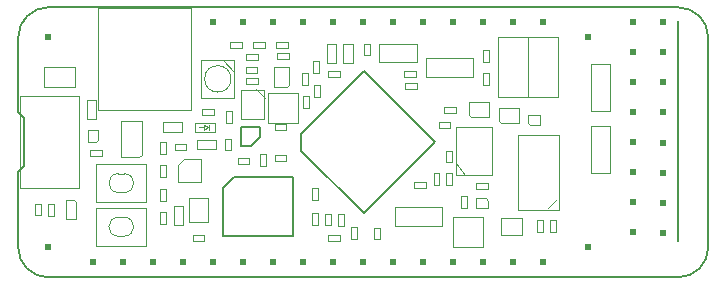
<source format=gbr>
G04 #@! TF.GenerationSoftware,KiCad,Pcbnew,5.1.5+dfsg1-2~bpo10+1*
G04 #@! TF.CreationDate,2020-05-12T19:04:25+02:00*
G04 #@! TF.ProjectId,quickfeather-board,71756963-6b66-4656-9174-6865722d626f,rev?*
G04 #@! TF.SameCoordinates,Original*
G04 #@! TF.FileFunction,Other,Fab,Top*
%FSLAX46Y46*%
G04 Gerber Fmt 4.6, Leading zero omitted, Abs format (unit mm)*
G04 Created by KiCad (PCBNEW 5.1.5+dfsg1-2~bpo10+1) date 2020-05-12 19:04:25*
%MOMM*%
%LPD*%
G04 APERTURE LIST*
%ADD10C,0.150000*%
%ADD11C,0.100000*%
%ADD12C,0.120000*%
G04 APERTURE END LIST*
D10*
X179000000Y-94771700D02*
X179000000Y-113341700D01*
X123101100Y-102463600D02*
X123609100Y-102971600D01*
X123609100Y-102971600D02*
X123609100Y-107035600D01*
X123609100Y-107035600D02*
X123101100Y-107543600D01*
X178981100Y-93573600D02*
G75*
G02X181521100Y-96113600I0J-2540000D01*
G01*
X181521100Y-113893600D02*
G75*
G02X178981100Y-116433600I-2540000J0D01*
G01*
X125641100Y-116433600D02*
X178981100Y-116433600D01*
X181521100Y-113893600D02*
X181521100Y-96113600D01*
X178981100Y-93573600D02*
X125641100Y-93573600D01*
X123101100Y-96113600D02*
G75*
G02X125641100Y-93573600I2540000J0D01*
G01*
X123101100Y-96113600D02*
X123101100Y-102463600D01*
X123101100Y-107543600D02*
X123101100Y-113893600D01*
X125641100Y-116433600D02*
G75*
G02X123101100Y-113893600I0J2540000D01*
G01*
D11*
X149345300Y-112851700D02*
X150345300Y-112851700D01*
X149345300Y-113351700D02*
X149345300Y-112851700D01*
X150345300Y-113351700D02*
X149345300Y-113351700D01*
X150345300Y-112851700D02*
X150345300Y-113351700D01*
D12*
X143204000Y-100515000D02*
X143966000Y-101277000D01*
X141950000Y-103035000D02*
X141950000Y-100535000D01*
X143950000Y-103035000D02*
X141950000Y-103035000D01*
X143950000Y-100535000D02*
X143950000Y-103035000D01*
X141950000Y-100535000D02*
X143950000Y-100535000D01*
X160928000Y-107784000D02*
X160166000Y-106768000D01*
X160166000Y-107784000D02*
X160166000Y-103720000D01*
X163214000Y-107784000D02*
X160166000Y-107784000D01*
X163214000Y-103720000D02*
X163214000Y-107784000D01*
X160166000Y-103720000D02*
X163214000Y-103720000D01*
X167922000Y-110591600D02*
X168684000Y-109829600D01*
D11*
X165445000Y-110718600D02*
X165445000Y-104368600D01*
X165445000Y-104368600D02*
X168875000Y-104368600D01*
X165445000Y-110718600D02*
X168875000Y-110718600D01*
X168875000Y-110718600D02*
X168875000Y-104368600D01*
X132080000Y-112950000D02*
X131580000Y-112950000D01*
X131580000Y-111350000D02*
X132080000Y-111350000D01*
X131580000Y-111350000D02*
G75*
G03X131580000Y-112950000I0J-800000D01*
G01*
X129730000Y-113750000D02*
X133930000Y-113750000D01*
X129730000Y-110550000D02*
X129730000Y-113750000D01*
X133930000Y-110550000D02*
X129730000Y-110550000D01*
X133930000Y-113750000D02*
X133930000Y-110550000D01*
X132080000Y-112950000D02*
G75*
G03X132080000Y-111350000I0J800000D01*
G01*
X132080000Y-109250000D02*
X131580000Y-109250000D01*
X131580000Y-107650000D02*
X132080000Y-107650000D01*
X131580000Y-107650000D02*
G75*
G03X131580000Y-109250000I0J-800000D01*
G01*
X129730000Y-110050000D02*
X133930000Y-110050000D01*
X129730000Y-106850000D02*
X129730000Y-110050000D01*
X133930000Y-106850000D02*
X129730000Y-106850000D01*
X133930000Y-110050000D02*
X133930000Y-106850000D01*
X132080000Y-109250000D02*
G75*
G03X132080000Y-107650000I0J800000D01*
G01*
X137345300Y-105676700D02*
X136345300Y-105676700D01*
X137345300Y-105176700D02*
X137345300Y-105676700D01*
X136345300Y-105176700D02*
X137345300Y-105176700D01*
X136345300Y-105676700D02*
X136345300Y-105176700D01*
X127120060Y-111501700D02*
X127120060Y-109901700D01*
X127970060Y-111501700D02*
X127120060Y-111501700D01*
X127970060Y-110051700D02*
X127820060Y-109901700D01*
X127970060Y-111501700D02*
X127970060Y-110051700D01*
X127820060Y-109901700D02*
X127120060Y-109901700D01*
D10*
X152360000Y-98979592D02*
X147056699Y-104282893D01*
X158370408Y-104990000D02*
X152360000Y-98979592D01*
X152360000Y-111000408D02*
X158370408Y-104990000D01*
X147056699Y-105697107D02*
X152360000Y-111000408D01*
X147056699Y-104282893D02*
X147056699Y-105697107D01*
D11*
X125620300Y-111201700D02*
X125620300Y-110201700D01*
X126120300Y-111201700D02*
X125620300Y-111201700D01*
X126120300Y-110201700D02*
X126120300Y-111201700D01*
X125620300Y-110201700D02*
X126120300Y-110201700D01*
X173211000Y-103643000D02*
X171611000Y-103643000D01*
X173211000Y-107643000D02*
X173211000Y-103643000D01*
X171611000Y-107643000D02*
X173211000Y-107643000D01*
X171611000Y-103643000D02*
X171611000Y-107643000D01*
X154990000Y-110460000D02*
X154990000Y-112060000D01*
X158990000Y-110460000D02*
X154990000Y-110460000D01*
X158990000Y-112060000D02*
X158990000Y-110460000D01*
X154990000Y-112060000D02*
X158990000Y-112060000D01*
X173211000Y-98343000D02*
X171611000Y-98343000D01*
X173211000Y-102343000D02*
X173211000Y-98343000D01*
X171611000Y-102343000D02*
X173211000Y-102343000D01*
X171611000Y-98343000D02*
X171611000Y-102343000D01*
X157600000Y-97840000D02*
X157600000Y-99440000D01*
X161600000Y-97840000D02*
X157600000Y-97840000D01*
X161600000Y-99440000D02*
X161600000Y-97840000D01*
X157600000Y-99440000D02*
X161600000Y-99440000D01*
D12*
X139180000Y-109730000D02*
X137580000Y-109730000D01*
X139180000Y-111730000D02*
X137592600Y-111720600D01*
X139180000Y-109730000D02*
X139180000Y-111730000D01*
X137580000Y-109730000D02*
X137580000Y-111730000D01*
D10*
X142000000Y-105320000D02*
X142800000Y-105320000D01*
X142000000Y-103720000D02*
X142000000Y-105320000D01*
X143600000Y-103720000D02*
X142000000Y-103720000D01*
X143600000Y-104520000D02*
X143600000Y-103720000D01*
X142800000Y-105320000D02*
X143600000Y-104520000D01*
D11*
X144730000Y-98590000D02*
X146030000Y-98590000D01*
X144730000Y-100290000D02*
X144730000Y-98590000D01*
X145830000Y-100290000D02*
X146030000Y-100115000D01*
X145830000Y-100290000D02*
X144730000Y-100290000D01*
X146030000Y-100115000D02*
X146030000Y-98590000D01*
X165490000Y-102110000D02*
X165490000Y-103410000D01*
X163790000Y-102110000D02*
X165490000Y-102110000D01*
X163790000Y-103210000D02*
X163965000Y-103410000D01*
X163790000Y-103210000D02*
X163790000Y-102110000D01*
X163965000Y-103410000D02*
X165490000Y-103410000D01*
X162940000Y-101580000D02*
X162940000Y-102880000D01*
X161240000Y-101580000D02*
X162940000Y-101580000D01*
X161240000Y-102680000D02*
X161415000Y-102880000D01*
X161240000Y-102680000D02*
X161240000Y-101580000D01*
X161415000Y-102880000D02*
X162940000Y-102880000D01*
X163741100Y-96113600D02*
X166281100Y-96113600D01*
X166281100Y-96113600D02*
X166281100Y-101193600D01*
X163741100Y-101193600D02*
X166281100Y-101193600D01*
X163741100Y-96113600D02*
X163741100Y-101193600D01*
X166281000Y-96113000D02*
X166281000Y-101193000D01*
X166281000Y-101193000D02*
X168821000Y-101193000D01*
X168821000Y-96113000D02*
X168821000Y-101193000D01*
X166281000Y-96113000D02*
X168821000Y-96113000D01*
X141120000Y-99630000D02*
G75*
G03X141120000Y-99630000I-1120000J0D01*
G01*
X141400000Y-99030000D02*
X140400000Y-98030000D01*
X141400000Y-98030000D02*
X138600000Y-98030000D01*
X138600000Y-98030000D02*
X138600000Y-101230000D01*
X138600000Y-101230000D02*
X141400000Y-101230000D01*
X141400000Y-101230000D02*
X141400000Y-98030000D01*
G36*
X160185000Y-114909000D02*
G01*
X159677000Y-114909000D01*
X159677000Y-115417000D01*
X160185000Y-115417000D01*
X160185000Y-114909000D01*
G37*
G36*
X157645000Y-114909000D02*
G01*
X157137000Y-114909000D01*
X157137000Y-115417000D01*
X157645000Y-115417000D01*
X157645000Y-114909000D01*
G37*
G36*
X165265000Y-114909000D02*
G01*
X164757000Y-114909000D01*
X164757000Y-115417000D01*
X165265000Y-115417000D01*
X165265000Y-114909000D01*
G37*
G36*
X152565000Y-114909000D02*
G01*
X152057000Y-114909000D01*
X152057000Y-115417000D01*
X152565000Y-115417000D01*
X152565000Y-114909000D01*
G37*
G36*
X167805000Y-114909000D02*
G01*
X167297000Y-114909000D01*
X167297000Y-115417000D01*
X167805000Y-115417000D01*
X167805000Y-114909000D01*
G37*
G36*
X142405000Y-114909000D02*
G01*
X141897000Y-114909000D01*
X141897000Y-115417000D01*
X142405000Y-115417000D01*
X142405000Y-114909000D01*
G37*
G36*
X155105000Y-114909000D02*
G01*
X154597000Y-114909000D01*
X154597000Y-115417000D01*
X155105000Y-115417000D01*
X155105000Y-114909000D01*
G37*
G36*
X144945000Y-114909000D02*
G01*
X144437000Y-114909000D01*
X144437000Y-115417000D01*
X144945000Y-115417000D01*
X144945000Y-114909000D01*
G37*
G36*
X162725000Y-114909000D02*
G01*
X162217000Y-114909000D01*
X162217000Y-115417000D01*
X162725000Y-115417000D01*
X162725000Y-114909000D01*
G37*
G36*
X150025000Y-114909000D02*
G01*
X149517000Y-114909000D01*
X149517000Y-115417000D01*
X150025000Y-115417000D01*
X150025000Y-114909000D01*
G37*
G36*
X147485000Y-114909000D02*
G01*
X146977000Y-114909000D01*
X146977000Y-115417000D01*
X147485000Y-115417000D01*
X147485000Y-114909000D01*
G37*
G36*
X139865000Y-114909000D02*
G01*
X139357000Y-114909000D01*
X139357000Y-115417000D01*
X139865000Y-115417000D01*
X139865000Y-114909000D01*
G37*
G36*
X134775000Y-114909000D02*
G01*
X134267000Y-114909000D01*
X134267000Y-115417000D01*
X134775000Y-115417000D01*
X134775000Y-114909000D01*
G37*
G36*
X137315000Y-114909000D02*
G01*
X136807000Y-114909000D01*
X136807000Y-115417000D01*
X137315000Y-115417000D01*
X137315000Y-114909000D01*
G37*
G36*
X132235000Y-114909000D02*
G01*
X131727000Y-114909000D01*
X131727000Y-115417000D01*
X132235000Y-115417000D01*
X132235000Y-114909000D01*
G37*
G36*
X129695000Y-114909000D02*
G01*
X129187000Y-114909000D01*
X129187000Y-115417000D01*
X129695000Y-115417000D01*
X129695000Y-114909000D01*
G37*
X148550000Y-98100000D02*
X148550000Y-99100000D01*
X148050000Y-98100000D02*
X148550000Y-98100000D01*
X148050000Y-99100000D02*
X148050000Y-98100000D01*
X148550000Y-99100000D02*
X148050000Y-99100000D01*
X136610000Y-106900000D02*
X137110000Y-106400000D01*
X136610000Y-108400000D02*
X136610000Y-106900000D01*
X138610000Y-108400000D02*
X136610000Y-108400000D01*
X138610000Y-106400000D02*
X138610000Y-108400000D01*
X137110000Y-106400000D02*
X138610000Y-106400000D01*
D10*
X141400000Y-107900000D02*
X140400000Y-108900000D01*
X140400000Y-108900000D02*
X140400000Y-112900000D01*
X140400000Y-112900000D02*
X146400000Y-112900000D01*
X146400000Y-112900000D02*
X146400000Y-107900000D01*
X146400000Y-107900000D02*
X141400000Y-107900000D01*
D11*
X129819100Y-93650000D02*
X137719100Y-93650000D01*
X137719100Y-93650000D02*
X137719100Y-102250000D01*
X129819100Y-102250000D02*
X137719100Y-102250000D01*
X129819100Y-93650000D02*
X129819100Y-102250000D01*
X128240000Y-101103600D02*
X128240000Y-108903600D01*
X128240000Y-101103600D02*
X123240000Y-101103600D01*
X128240000Y-108903600D02*
X123240000Y-108903600D01*
X123240000Y-101103600D02*
X123240000Y-108903600D01*
X125275000Y-98600000D02*
X127925000Y-98600000D01*
X127925000Y-98600000D02*
X127925000Y-100300000D01*
X125275000Y-98600000D02*
X125275000Y-100300000D01*
X125275000Y-100300000D02*
X127925000Y-100300000D01*
D12*
X138080000Y-103330000D02*
X138080000Y-104130000D01*
X139780000Y-103330000D02*
X139780000Y-104130000D01*
X139780000Y-104130000D02*
X138080000Y-104130000D01*
X139780000Y-103330000D02*
X138080000Y-103330000D01*
X138830000Y-103530000D02*
X138830000Y-103730000D01*
X139130000Y-103730000D02*
X138830000Y-103530000D01*
X138830000Y-103930000D02*
X139130000Y-103730000D01*
X138830000Y-103730000D02*
X138830000Y-103930000D01*
X138430000Y-103730000D02*
X138830000Y-103730000D01*
X139230000Y-103930000D02*
X139230000Y-103630000D01*
X139230000Y-103530000D02*
X139230000Y-103630000D01*
X128890000Y-101430000D02*
X128890000Y-103030000D01*
X129690000Y-101430000D02*
X128890000Y-101430000D01*
X129690000Y-103030000D02*
X129690000Y-101430000D01*
X128890000Y-103030000D02*
X129690000Y-103030000D01*
X138250000Y-105600000D02*
X139850000Y-105600000D01*
X138250000Y-104800000D02*
X138250000Y-105600000D01*
X139850000Y-104800000D02*
X138250000Y-104800000D01*
X139850000Y-105600000D02*
X139850000Y-104800000D01*
X136990000Y-103320000D02*
X135390000Y-103320000D01*
X136990000Y-104120000D02*
X136990000Y-103320000D01*
X135390000Y-104120000D02*
X136990000Y-104120000D01*
X135390000Y-103320000D02*
X135390000Y-104120000D01*
X136280000Y-110380000D02*
X136280000Y-111980000D01*
X137080000Y-110380000D02*
X136280000Y-110380000D01*
X137080000Y-111980000D02*
X137080000Y-110380000D01*
X136280000Y-111980000D02*
X137080000Y-111980000D01*
D11*
X129160000Y-105640000D02*
X130160000Y-105640000D01*
X129160000Y-106140000D02*
X129160000Y-105640000D01*
X130160000Y-106140000D02*
X129160000Y-106140000D01*
X130160000Y-105640000D02*
X130160000Y-106140000D01*
X135150000Y-105960000D02*
X135150000Y-104960000D01*
X135650000Y-105960000D02*
X135150000Y-105960000D01*
X135650000Y-104960000D02*
X135650000Y-105960000D01*
X135150000Y-104960000D02*
X135650000Y-104960000D01*
X135650000Y-108940000D02*
X135650000Y-109940000D01*
X135150000Y-108940000D02*
X135650000Y-108940000D01*
X135150000Y-109940000D02*
X135150000Y-108940000D01*
X135650000Y-109940000D02*
X135150000Y-109940000D01*
X135640000Y-106950000D02*
X135640000Y-107950000D01*
X135140000Y-106950000D02*
X135640000Y-106950000D01*
X135140000Y-107950000D02*
X135140000Y-106950000D01*
X135640000Y-107950000D02*
X135140000Y-107950000D01*
X135630000Y-110880000D02*
X135630000Y-111880000D01*
X135130000Y-110880000D02*
X135630000Y-110880000D01*
X135130000Y-111880000D02*
X135130000Y-110880000D01*
X135630000Y-111880000D02*
X135130000Y-111880000D01*
X153630000Y-98180000D02*
X156830000Y-98180000D01*
X156830000Y-98180000D02*
X156830000Y-96680000D01*
X153630000Y-98180000D02*
X153630000Y-96680000D01*
X153630000Y-96680000D02*
X156830000Y-96680000D01*
X152910000Y-96650000D02*
X152910000Y-97650000D01*
X152410000Y-96650000D02*
X152910000Y-96650000D01*
X152410000Y-97650000D02*
X152410000Y-96650000D01*
X152910000Y-97650000D02*
X152410000Y-97650000D01*
X148680000Y-100150000D02*
X148680000Y-101150000D01*
X148180000Y-100150000D02*
X148680000Y-100150000D01*
X148180000Y-101150000D02*
X148180000Y-100150000D01*
X148680000Y-101150000D02*
X148180000Y-101150000D01*
X167520300Y-111601700D02*
X167520300Y-112601700D01*
X167020300Y-111601700D02*
X167520300Y-111601700D01*
X167020300Y-112601700D02*
X167020300Y-111601700D01*
X167520300Y-112601700D02*
X167020300Y-112601700D01*
X150220300Y-112051700D02*
X150220300Y-111051700D01*
X150720300Y-112051700D02*
X150220300Y-112051700D01*
X150720300Y-111051700D02*
X150720300Y-112051700D01*
X150220300Y-111051700D02*
X150720300Y-111051700D01*
X147970000Y-109880000D02*
X147970000Y-108880000D01*
X148470000Y-109880000D02*
X147970000Y-109880000D01*
X148470000Y-108880000D02*
X148470000Y-109880000D01*
X147970000Y-108880000D02*
X148470000Y-108880000D01*
X149110000Y-112040000D02*
X149110000Y-111040000D01*
X149610000Y-112040000D02*
X149110000Y-112040000D01*
X149610000Y-111040000D02*
X149610000Y-112040000D01*
X149110000Y-111040000D02*
X149610000Y-111040000D01*
X148000000Y-112020000D02*
X148000000Y-111020000D01*
X148500000Y-112020000D02*
X148000000Y-112020000D01*
X148500000Y-111020000D02*
X148500000Y-112020000D01*
X148000000Y-111020000D02*
X148500000Y-111020000D01*
X159810000Y-107640000D02*
X159810000Y-108640000D01*
X159310000Y-107640000D02*
X159810000Y-107640000D01*
X159310000Y-108640000D02*
X159310000Y-107640000D01*
X159810000Y-108640000D02*
X159310000Y-108640000D01*
X159320000Y-106710000D02*
X159320000Y-105710000D01*
X159820000Y-106710000D02*
X159320000Y-106710000D01*
X159820000Y-105710000D02*
X159820000Y-106710000D01*
X159320000Y-105710000D02*
X159820000Y-105710000D01*
X143370000Y-100100000D02*
X142370000Y-100100000D01*
X143370000Y-99600000D02*
X143370000Y-100100000D01*
X142370000Y-99600000D02*
X143370000Y-99600000D01*
X142370000Y-100100000D02*
X142370000Y-99600000D01*
X141151000Y-105693000D02*
X140651000Y-105693000D01*
X140651000Y-105693000D02*
X140651000Y-104693000D01*
X140651000Y-104693000D02*
X141151000Y-104693000D01*
X141151000Y-104693000D02*
X141151000Y-105693000D01*
X144811000Y-103473000D02*
X145811000Y-103473000D01*
X144811000Y-103973000D02*
X144811000Y-103473000D01*
X145811000Y-103973000D02*
X144811000Y-103973000D01*
X145811000Y-103473000D02*
X145811000Y-103973000D01*
X147730000Y-101070000D02*
X147730000Y-102070000D01*
X147230000Y-101070000D02*
X147730000Y-101070000D01*
X147230000Y-102070000D02*
X147230000Y-101070000D01*
X147730000Y-102070000D02*
X147230000Y-102070000D01*
X141230000Y-102345000D02*
X141230000Y-103345000D01*
X140730000Y-102345000D02*
X141230000Y-102345000D01*
X140730000Y-103345000D02*
X140730000Y-102345000D01*
X141230000Y-103345000D02*
X140730000Y-103345000D01*
X147100000Y-100110000D02*
X147100000Y-99110000D01*
X147600000Y-100110000D02*
X147100000Y-100110000D01*
X147600000Y-99110000D02*
X147600000Y-100110000D01*
X147100000Y-99110000D02*
X147600000Y-99110000D01*
X155830000Y-100010000D02*
X156830000Y-100010000D01*
X155830000Y-100510000D02*
X155830000Y-100010000D01*
X156830000Y-100510000D02*
X155830000Y-100510000D01*
X156830000Y-100010000D02*
X156830000Y-100510000D01*
X159150000Y-102000000D02*
X160150000Y-102000000D01*
X159150000Y-102500000D02*
X159150000Y-102000000D01*
X160150000Y-102500000D02*
X159150000Y-102500000D01*
X160150000Y-102000000D02*
X160150000Y-102500000D01*
X145990000Y-97920000D02*
X144990000Y-97920000D01*
X145990000Y-97420000D02*
X145990000Y-97920000D01*
X144990000Y-97420000D02*
X145990000Y-97420000D01*
X144990000Y-97920000D02*
X144990000Y-97420000D01*
X149340000Y-98980000D02*
X150340000Y-98980000D01*
X149340000Y-99480000D02*
X149340000Y-98980000D01*
X150340000Y-99480000D02*
X149340000Y-99480000D01*
X150340000Y-98980000D02*
X150340000Y-99480000D01*
X159700000Y-103770000D02*
X158700000Y-103770000D01*
X159700000Y-103270000D02*
X159700000Y-103770000D01*
X158700000Y-103270000D02*
X159700000Y-103270000D01*
X158700000Y-103770000D02*
X158700000Y-103270000D01*
D12*
X149250000Y-96650000D02*
X149250000Y-98250000D01*
X150050000Y-96650000D02*
X149250000Y-96650000D01*
X150050000Y-98250000D02*
X150050000Y-96650000D01*
X149250000Y-98250000D02*
X150050000Y-98250000D01*
D11*
X144815000Y-106070000D02*
X145815000Y-106070000D01*
X144815000Y-106570000D02*
X144815000Y-106070000D01*
X145815000Y-106570000D02*
X144815000Y-106570000D01*
X145815000Y-106070000D02*
X145815000Y-106570000D01*
D12*
X150640000Y-96650000D02*
X150640000Y-98250000D01*
X151440000Y-96650000D02*
X150640000Y-96650000D01*
X151440000Y-98250000D02*
X151440000Y-96650000D01*
X150640000Y-98250000D02*
X151440000Y-98250000D01*
D11*
X157610000Y-108840000D02*
X156610000Y-108840000D01*
X157610000Y-108340000D02*
X157610000Y-108840000D01*
X156610000Y-108340000D02*
X157610000Y-108340000D01*
X156610000Y-108840000D02*
X156610000Y-108340000D01*
X142681000Y-106873000D02*
X141681000Y-106873000D01*
X142681000Y-106373000D02*
X142681000Y-106873000D01*
X141681000Y-106373000D02*
X142681000Y-106373000D01*
X141681000Y-106873000D02*
X141681000Y-106373000D01*
X144091000Y-105993000D02*
X144091000Y-106993000D01*
X143591000Y-105993000D02*
X144091000Y-105993000D01*
X143591000Y-106993000D02*
X143591000Y-105993000D01*
X144091000Y-106993000D02*
X143591000Y-106993000D01*
X162470000Y-100170000D02*
X162470000Y-99170000D01*
X162970000Y-100170000D02*
X162470000Y-100170000D01*
X162970000Y-99170000D02*
X162970000Y-100170000D01*
X162470000Y-99170000D02*
X162970000Y-99170000D01*
X138700000Y-102170000D02*
X139700000Y-102170000D01*
X138700000Y-102670000D02*
X138700000Y-102170000D01*
X139700000Y-102670000D02*
X138700000Y-102670000D01*
X139700000Y-102170000D02*
X139700000Y-102670000D01*
X142360000Y-98650000D02*
X143360000Y-98650000D01*
X142360000Y-99150000D02*
X142360000Y-98650000D01*
X143360000Y-99150000D02*
X142360000Y-99150000D01*
X143360000Y-98650000D02*
X143360000Y-99150000D01*
X151320300Y-113151700D02*
X151320300Y-112151700D01*
X151820300Y-113151700D02*
X151320300Y-113151700D01*
X151820300Y-112151700D02*
X151820300Y-113151700D01*
X151320300Y-112151700D02*
X151820300Y-112151700D01*
X153245300Y-113226700D02*
X153245300Y-112226700D01*
X153745300Y-113226700D02*
X153245300Y-113226700D01*
X153745300Y-112226700D02*
X153745300Y-113226700D01*
X153245300Y-112226700D02*
X153745300Y-112226700D01*
X168130000Y-112600000D02*
X168130000Y-111600000D01*
X168630000Y-112600000D02*
X168130000Y-112600000D01*
X168630000Y-111600000D02*
X168630000Y-112600000D01*
X168130000Y-111600000D02*
X168630000Y-111600000D01*
X162890000Y-108490000D02*
X162890000Y-108990000D01*
X162890000Y-108990000D02*
X161890000Y-108990000D01*
X161890000Y-108990000D02*
X161890000Y-108490000D01*
X161890000Y-108490000D02*
X162890000Y-108490000D01*
X161100000Y-109530000D02*
X161100000Y-110530000D01*
X160600000Y-109530000D02*
X161100000Y-109530000D01*
X160600000Y-110530000D02*
X160600000Y-109530000D01*
X161100000Y-110530000D02*
X160600000Y-110530000D01*
X142370000Y-97540000D02*
X143370000Y-97540000D01*
X142370000Y-98040000D02*
X142370000Y-97540000D01*
X143370000Y-98040000D02*
X142370000Y-98040000D01*
X143370000Y-97540000D02*
X143370000Y-98040000D01*
X124550000Y-111190000D02*
X124550000Y-110190000D01*
X125050000Y-111190000D02*
X124550000Y-111190000D01*
X125050000Y-110190000D02*
X125050000Y-111190000D01*
X124550000Y-110190000D02*
X125050000Y-110190000D01*
X158270000Y-108630000D02*
X158270000Y-107630000D01*
X158770000Y-108630000D02*
X158270000Y-108630000D01*
X158770000Y-107630000D02*
X158770000Y-108630000D01*
X158270000Y-107630000D02*
X158770000Y-107630000D01*
X156790000Y-99460000D02*
X155790000Y-99460000D01*
X156790000Y-98960000D02*
X156790000Y-99460000D01*
X155790000Y-98960000D02*
X156790000Y-98960000D01*
X155790000Y-99460000D02*
X155790000Y-98960000D01*
X133325000Y-106255000D02*
X131825000Y-106255000D01*
X133575000Y-106080000D02*
X133575000Y-103205000D01*
X133325000Y-106255000D02*
X133575000Y-106080000D01*
X131825000Y-103205000D02*
X133575000Y-103205000D01*
X131825000Y-106255000D02*
X131825000Y-103205000D01*
X162980000Y-97200000D02*
X162980000Y-98200000D01*
X162480000Y-97200000D02*
X162980000Y-97200000D01*
X162480000Y-98200000D02*
X162480000Y-97200000D01*
X162980000Y-98200000D02*
X162480000Y-98200000D01*
X141040000Y-96500000D02*
X142040000Y-96500000D01*
X141040000Y-97000000D02*
X141040000Y-96500000D01*
X142040000Y-97000000D02*
X141040000Y-97000000D01*
X142040000Y-96500000D02*
X142040000Y-97000000D01*
X144000000Y-96990000D02*
X143000000Y-96990000D01*
X144000000Y-96490000D02*
X144000000Y-96990000D01*
X143000000Y-96490000D02*
X144000000Y-96490000D01*
X143000000Y-96990000D02*
X143000000Y-96490000D01*
X144970000Y-96500000D02*
X145970000Y-96500000D01*
X144970000Y-97000000D02*
X144970000Y-96500000D01*
X145970000Y-97000000D02*
X144970000Y-97000000D01*
X145970000Y-96500000D02*
X145970000Y-97000000D01*
G36*
X177481000Y-112393000D02*
G01*
X177481000Y-112901000D01*
X177989000Y-112901000D01*
X177989000Y-112393000D01*
X177481000Y-112393000D01*
G37*
G36*
X177481000Y-109853000D02*
G01*
X177481000Y-110361000D01*
X177989000Y-110361000D01*
X177989000Y-109853000D01*
X177481000Y-109853000D01*
G37*
G36*
X177481000Y-104773000D02*
G01*
X177481000Y-105281000D01*
X177989000Y-105281000D01*
X177989000Y-104773000D01*
X177481000Y-104773000D01*
G37*
G36*
X177481000Y-107313000D02*
G01*
X177481000Y-107821000D01*
X177989000Y-107821000D01*
X177989000Y-107313000D01*
X177481000Y-107313000D01*
G37*
G36*
X177481000Y-102223000D02*
G01*
X177481000Y-102731000D01*
X177989000Y-102731000D01*
X177989000Y-102223000D01*
X177481000Y-102223000D01*
G37*
G36*
X177481000Y-94603000D02*
G01*
X177481000Y-95111000D01*
X177989000Y-95111000D01*
X177989000Y-94603000D01*
X177481000Y-94603000D01*
G37*
G36*
X174941000Y-112383000D02*
G01*
X174941000Y-112891000D01*
X175449000Y-112891000D01*
X175449000Y-112383000D01*
X174941000Y-112383000D01*
G37*
G36*
X174941000Y-99683000D02*
G01*
X174941000Y-100191000D01*
X175449000Y-100191000D01*
X175449000Y-99683000D01*
X174941000Y-99683000D01*
G37*
G36*
X177481000Y-97143000D02*
G01*
X177481000Y-97651000D01*
X177989000Y-97651000D01*
X177989000Y-97143000D01*
X177481000Y-97143000D01*
G37*
G36*
X174941000Y-107303000D02*
G01*
X174941000Y-107811000D01*
X175449000Y-107811000D01*
X175449000Y-107303000D01*
X174941000Y-107303000D01*
G37*
G36*
X177481000Y-99683000D02*
G01*
X177481000Y-100191000D01*
X177989000Y-100191000D01*
X177989000Y-99683000D01*
X177481000Y-99683000D01*
G37*
G36*
X174941000Y-94603000D02*
G01*
X174941000Y-95111000D01*
X175449000Y-95111000D01*
X175449000Y-94603000D01*
X174941000Y-94603000D01*
G37*
G36*
X174941000Y-109843000D02*
G01*
X174941000Y-110351000D01*
X175449000Y-110351000D01*
X175449000Y-109843000D01*
X174941000Y-109843000D01*
G37*
G36*
X174941000Y-97143000D02*
G01*
X174941000Y-97651000D01*
X175449000Y-97651000D01*
X175449000Y-97143000D01*
X174941000Y-97143000D01*
G37*
G36*
X174941000Y-104763000D02*
G01*
X174941000Y-105271000D01*
X175449000Y-105271000D01*
X175449000Y-104763000D01*
X174941000Y-104763000D01*
G37*
G36*
X174941000Y-102223000D02*
G01*
X174941000Y-102731000D01*
X175449000Y-102731000D01*
X175449000Y-102223000D01*
X174941000Y-102223000D01*
G37*
G36*
X125401100Y-96343600D02*
G01*
X125909100Y-96343600D01*
X125909100Y-95835600D01*
X125401100Y-95835600D01*
X125401100Y-96343600D01*
G37*
G36*
X125401100Y-114123600D02*
G01*
X125909100Y-114123600D01*
X125909100Y-113615600D01*
X125401100Y-113615600D01*
X125401100Y-114123600D01*
G37*
G36*
X171121100Y-114123600D02*
G01*
X171629100Y-114123600D01*
X171629100Y-113615600D01*
X171121100Y-113615600D01*
X171121100Y-114123600D01*
G37*
G36*
X171121100Y-96343600D02*
G01*
X171629100Y-96343600D01*
X171629100Y-95835600D01*
X171121100Y-95835600D01*
X171121100Y-96343600D01*
G37*
X138870000Y-113360000D02*
X137870000Y-113360000D01*
X138870000Y-112860000D02*
X138870000Y-113360000D01*
X137870000Y-112860000D02*
X138870000Y-112860000D01*
X137870000Y-113360000D02*
X137870000Y-112860000D01*
X144280000Y-103340000D02*
X144280000Y-100800000D01*
X144280000Y-100800000D02*
X146820000Y-100800000D01*
X146820000Y-103340000D02*
X146820000Y-100800000D01*
X144280000Y-103340000D02*
X146820000Y-103340000D01*
X159926000Y-113894000D02*
X159926000Y-111354000D01*
X159926000Y-111354000D02*
X162466000Y-111354000D01*
X162466000Y-113894000D02*
X162466000Y-111354000D01*
X159926000Y-113894000D02*
X162466000Y-113894000D01*
G36*
X144437000Y-95097000D02*
G01*
X144945000Y-95097000D01*
X144945000Y-94589000D01*
X144437000Y-94589000D01*
X144437000Y-95097000D01*
G37*
G36*
X154597000Y-95097000D02*
G01*
X155105000Y-95097000D01*
X155105000Y-94589000D01*
X154597000Y-94589000D01*
X154597000Y-95097000D01*
G37*
G36*
X152057000Y-95097000D02*
G01*
X152565000Y-95097000D01*
X152565000Y-94589000D01*
X152057000Y-94589000D01*
X152057000Y-95097000D01*
G37*
G36*
X167297000Y-95097000D02*
G01*
X167805000Y-95097000D01*
X167805000Y-94589000D01*
X167297000Y-94589000D01*
X167297000Y-95097000D01*
G37*
G36*
X157137000Y-95097000D02*
G01*
X157645000Y-95097000D01*
X157645000Y-94589000D01*
X157137000Y-94589000D01*
X157137000Y-95097000D01*
G37*
G36*
X141897000Y-95097000D02*
G01*
X142405000Y-95097000D01*
X142405000Y-94589000D01*
X141897000Y-94589000D01*
X141897000Y-95097000D01*
G37*
G36*
X162217000Y-95097000D02*
G01*
X162725000Y-95097000D01*
X162725000Y-94589000D01*
X162217000Y-94589000D01*
X162217000Y-95097000D01*
G37*
G36*
X149517000Y-95097000D02*
G01*
X150025000Y-95097000D01*
X150025000Y-94589000D01*
X149517000Y-94589000D01*
X149517000Y-95097000D01*
G37*
G36*
X139357000Y-95097000D02*
G01*
X139865000Y-95097000D01*
X139865000Y-94589000D01*
X139357000Y-94589000D01*
X139357000Y-95097000D01*
G37*
G36*
X159677000Y-95097000D02*
G01*
X160185000Y-95097000D01*
X160185000Y-94589000D01*
X159677000Y-94589000D01*
X159677000Y-95097000D01*
G37*
G36*
X164757000Y-95097000D02*
G01*
X165265000Y-95097000D01*
X165265000Y-94589000D01*
X164757000Y-94589000D01*
X164757000Y-95097000D01*
G37*
G36*
X146977000Y-95097000D02*
G01*
X147485000Y-95097000D01*
X147485000Y-94589000D01*
X146977000Y-94589000D01*
X146977000Y-95097000D01*
G37*
X162905000Y-110595000D02*
X161855000Y-110595000D01*
X161855000Y-110595000D02*
X161855000Y-109745000D01*
X162905000Y-109945000D02*
X162730000Y-109745000D01*
X162905000Y-109945000D02*
X162905000Y-110595000D01*
X162730000Y-109745000D02*
X161855000Y-109745000D01*
X166225000Y-102715000D02*
X167275000Y-102715000D01*
X167275000Y-102715000D02*
X167275000Y-103565000D01*
X166225000Y-103365000D02*
X166400000Y-103565000D01*
X166225000Y-103365000D02*
X166225000Y-102715000D01*
X166400000Y-103565000D02*
X167275000Y-103565000D01*
X129025000Y-104975000D02*
X129025000Y-103925000D01*
X129025000Y-103925000D02*
X129875000Y-103925000D01*
X129675000Y-104975000D02*
X129875000Y-104800000D01*
X129675000Y-104975000D02*
X129025000Y-104975000D01*
X129875000Y-104800000D02*
X129875000Y-103925000D01*
X163995300Y-112851700D02*
X163995300Y-111451700D01*
X163995300Y-112851700D02*
X165795300Y-112851700D01*
X165795300Y-111451700D02*
X163995300Y-111451700D01*
X165795300Y-111451700D02*
X165795300Y-112851700D01*
M02*

</source>
